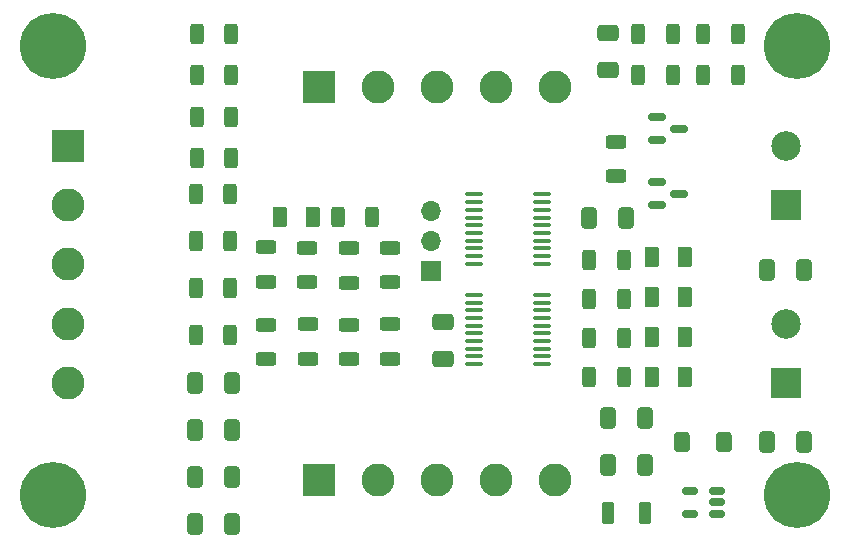
<source format=gbr>
%TF.GenerationSoftware,KiCad,Pcbnew,8.0.3*%
%TF.CreationDate,2024-08-26T20:28:07+08:00*%
%TF.ProjectId,bcd2civ,62636432-6369-4762-9e6b-696361645f70,rev?*%
%TF.SameCoordinates,Original*%
%TF.FileFunction,Soldermask,Top*%
%TF.FilePolarity,Negative*%
%FSLAX46Y46*%
G04 Gerber Fmt 4.6, Leading zero omitted, Abs format (unit mm)*
G04 Created by KiCad (PCBNEW 8.0.3) date 2024-08-26 20:28:07*
%MOMM*%
%LPD*%
G01*
G04 APERTURE LIST*
G04 Aperture macros list*
%AMRoundRect*
0 Rectangle with rounded corners*
0 $1 Rounding radius*
0 $2 $3 $4 $5 $6 $7 $8 $9 X,Y pos of 4 corners*
0 Add a 4 corners polygon primitive as box body*
4,1,4,$2,$3,$4,$5,$6,$7,$8,$9,$2,$3,0*
0 Add four circle primitives for the rounded corners*
1,1,$1+$1,$2,$3*
1,1,$1+$1,$4,$5*
1,1,$1+$1,$6,$7*
1,1,$1+$1,$8,$9*
0 Add four rect primitives between the rounded corners*
20,1,$1+$1,$2,$3,$4,$5,0*
20,1,$1+$1,$4,$5,$6,$7,0*
20,1,$1+$1,$6,$7,$8,$9,0*
20,1,$1+$1,$8,$9,$2,$3,0*%
G04 Aperture macros list end*
%ADD10RoundRect,0.250000X-0.412500X-0.650000X0.412500X-0.650000X0.412500X0.650000X-0.412500X0.650000X0*%
%ADD11RoundRect,0.250000X0.650000X-0.412500X0.650000X0.412500X-0.650000X0.412500X-0.650000X-0.412500X0*%
%ADD12C,5.600000*%
%ADD13RoundRect,0.250000X-0.400000X-0.600000X0.400000X-0.600000X0.400000X0.600000X-0.400000X0.600000X0*%
%ADD14RoundRect,0.250000X-0.625000X0.312500X-0.625000X-0.312500X0.625000X-0.312500X0.625000X0.312500X0*%
%ADD15RoundRect,0.250000X-0.312500X-0.625000X0.312500X-0.625000X0.312500X0.625000X-0.312500X0.625000X0*%
%ADD16RoundRect,0.250000X0.375000X0.625000X-0.375000X0.625000X-0.375000X-0.625000X0.375000X-0.625000X0*%
%ADD17R,2.500000X2.500000*%
%ADD18C,2.500000*%
%ADD19RoundRect,0.250000X0.625000X-0.312500X0.625000X0.312500X-0.625000X0.312500X-0.625000X-0.312500X0*%
%ADD20R,2.800000X2.800000*%
%ADD21C,2.800000*%
%ADD22RoundRect,0.250000X-0.375000X-0.625000X0.375000X-0.625000X0.375000X0.625000X-0.375000X0.625000X0*%
%ADD23RoundRect,0.150000X-0.587500X-0.150000X0.587500X-0.150000X0.587500X0.150000X-0.587500X0.150000X0*%
%ADD24RoundRect,0.100000X0.637500X0.100000X-0.637500X0.100000X-0.637500X-0.100000X0.637500X-0.100000X0*%
%ADD25RoundRect,0.250000X-0.275000X-0.700000X0.275000X-0.700000X0.275000X0.700000X-0.275000X0.700000X0*%
%ADD26RoundRect,0.150000X0.512500X0.150000X-0.512500X0.150000X-0.512500X-0.150000X0.512500X-0.150000X0*%
%ADD27O,1.700000X1.700000*%
%ADD28R,1.700000X1.700000*%
G04 APERTURE END LIST*
D10*
%TO.C,C10*%
X153500000Y-130550000D03*
X150375000Y-130550000D03*
%TD*%
D11*
%TO.C,C9*%
X138000000Y-142500000D03*
X138000000Y-139375000D03*
%TD*%
D12*
%TO.C,*%
X105000000Y-154000000D03*
%TD*%
%TO.C,*%
X168000000Y-116000000D03*
%TD*%
%TO.C,*%
X168000000Y-154000000D03*
%TD*%
%TO.C,*%
X105000000Y-116000000D03*
%TD*%
D13*
%TO.C,D1*%
X158250000Y-149500000D03*
X161750000Y-149500000D03*
%TD*%
D14*
%TO.C,F2*%
X126537500Y-139575000D03*
X126537500Y-142500000D03*
%TD*%
D15*
%TO.C,R14*%
X154537500Y-118500000D03*
X157462500Y-118500000D03*
%TD*%
%TO.C,R13*%
X150355000Y-144000000D03*
X153280000Y-144000000D03*
%TD*%
%TO.C,R4*%
X117075000Y-140500000D03*
X120000000Y-140500000D03*
%TD*%
%TO.C,R10*%
X150355000Y-134130000D03*
X153280000Y-134130000D03*
%TD*%
D16*
%TO.C,D4*%
X155700000Y-137220000D03*
X158500000Y-137220000D03*
%TD*%
D17*
%TO.C,J6*%
X167000000Y-129500000D03*
D18*
X167000000Y-124500000D03*
%TD*%
D10*
%TO.C,C2*%
X165437500Y-149500000D03*
X168562500Y-149500000D03*
%TD*%
D15*
%TO.C,R16*%
X160037500Y-115000000D03*
X162962500Y-115000000D03*
%TD*%
D16*
%TO.C,D3*%
X155700000Y-133830000D03*
X158500000Y-133830000D03*
%TD*%
D19*
%TO.C,F7*%
X130000000Y-136037500D03*
X130000000Y-133112500D03*
%TD*%
D16*
%TO.C,D6*%
X155700000Y-144000000D03*
X158500000Y-144000000D03*
%TD*%
D11*
%TO.C,C11*%
X152000000Y-118062500D03*
X152000000Y-114937500D03*
%TD*%
D10*
%TO.C,C6*%
X151937500Y-151500000D03*
X155062500Y-151500000D03*
%TD*%
D20*
%TO.C,J4*%
X127500000Y-152750000D03*
D21*
X132500000Y-152750000D03*
X137500000Y-152750000D03*
X142500000Y-152750000D03*
X147500000Y-152750000D03*
%TD*%
D10*
%TO.C,C3*%
X116975000Y-144500000D03*
X120100000Y-144500000D03*
%TD*%
D15*
%TO.C,R7*%
X117137500Y-122000000D03*
X120062500Y-122000000D03*
%TD*%
%TO.C,R1*%
X117075000Y-128500000D03*
X120000000Y-128500000D03*
%TD*%
D10*
%TO.C,C8*%
X116975000Y-156500000D03*
X120100000Y-156500000D03*
%TD*%
D22*
%TO.C,D2*%
X124175000Y-130500000D03*
X126975000Y-130500000D03*
%TD*%
D10*
%TO.C,C4*%
X151937500Y-147500000D03*
X155062500Y-147500000D03*
%TD*%
D19*
%TO.C,F6*%
X126500000Y-136000000D03*
X126500000Y-133075000D03*
%TD*%
D15*
%TO.C,R2*%
X117075000Y-132500000D03*
X120000000Y-132500000D03*
%TD*%
%TO.C,R11*%
X150355000Y-137420000D03*
X153280000Y-137420000D03*
%TD*%
D23*
%TO.C,Q2*%
X158000000Y-128500000D03*
X156125000Y-129450000D03*
X156125000Y-127550000D03*
%TD*%
D24*
%TO.C,U2*%
X140637500Y-134425000D03*
X140637500Y-133775000D03*
X140637500Y-133125000D03*
X140637500Y-132475000D03*
X140637500Y-131825000D03*
X140637500Y-131175000D03*
X140637500Y-130525000D03*
X140637500Y-129875000D03*
X140637500Y-129225000D03*
X140637500Y-128575000D03*
X146362500Y-128575000D03*
X146362500Y-129225000D03*
X146362500Y-129875000D03*
X146362500Y-130525000D03*
X146362500Y-131175000D03*
X146362500Y-131825000D03*
X146362500Y-132475000D03*
X146362500Y-133125000D03*
X146362500Y-133775000D03*
X146362500Y-134425000D03*
%TD*%
%TO.C,U3*%
X146362500Y-142925000D03*
X146362500Y-142275000D03*
X146362500Y-141625000D03*
X146362500Y-140975000D03*
X146362500Y-140325000D03*
X146362500Y-139675000D03*
X146362500Y-139025000D03*
X146362500Y-138375000D03*
X146362500Y-137725000D03*
X146362500Y-137075000D03*
X140637500Y-137075000D03*
X140637500Y-137725000D03*
X140637500Y-138375000D03*
X140637500Y-139025000D03*
X140637500Y-139675000D03*
X140637500Y-140325000D03*
X140637500Y-140975000D03*
X140637500Y-141625000D03*
X140637500Y-142275000D03*
X140637500Y-142925000D03*
%TD*%
D19*
%TO.C,F5*%
X123000000Y-135962500D03*
X123000000Y-133037500D03*
%TD*%
D15*
%TO.C,R9*%
X129075000Y-130500000D03*
X132000000Y-130500000D03*
%TD*%
%TO.C,R8*%
X117137500Y-125500000D03*
X120062500Y-125500000D03*
%TD*%
D10*
%TO.C,C7*%
X116975000Y-152500000D03*
X120100000Y-152500000D03*
%TD*%
D14*
%TO.C,R17*%
X152625000Y-124125000D03*
X152625000Y-127050000D03*
%TD*%
D20*
%TO.C,J2*%
X106250000Y-124500000D03*
D21*
X106250000Y-129500000D03*
X106250000Y-134500000D03*
X106250000Y-139500000D03*
X106250000Y-144500000D03*
%TD*%
D15*
%TO.C,R12*%
X150355000Y-140710000D03*
X153280000Y-140710000D03*
%TD*%
D25*
%TO.C,L1*%
X151925000Y-155500000D03*
X155075000Y-155500000D03*
%TD*%
D16*
%TO.C,D5*%
X155700000Y-140610000D03*
X158500000Y-140610000D03*
%TD*%
D23*
%TO.C,Q1*%
X158000000Y-123000000D03*
X156125000Y-123950000D03*
X156125000Y-122050000D03*
%TD*%
D26*
%TO.C,U1*%
X161187500Y-155587500D03*
X161187500Y-154637500D03*
X161187500Y-153687500D03*
X158912500Y-153687500D03*
X158912500Y-155587500D03*
%TD*%
D15*
%TO.C,R15*%
X154537500Y-115000000D03*
X157462500Y-115000000D03*
%TD*%
D10*
%TO.C,C1*%
X165437500Y-135000000D03*
X168562500Y-135000000D03*
%TD*%
D19*
%TO.C,F8*%
X133500000Y-136000000D03*
X133500000Y-133075000D03*
%TD*%
D20*
%TO.C,J5*%
X127500000Y-119500000D03*
D21*
X132500000Y-119500000D03*
X137500000Y-119500000D03*
X142500000Y-119500000D03*
X147500000Y-119500000D03*
%TD*%
D14*
%TO.C,F1*%
X123000000Y-139612500D03*
X123000000Y-142537500D03*
%TD*%
D15*
%TO.C,R6*%
X117137500Y-118500000D03*
X120062500Y-118500000D03*
%TD*%
D27*
%TO.C,J3*%
X137000000Y-130000000D03*
X137000000Y-132540000D03*
D28*
X137000000Y-135080000D03*
%TD*%
D17*
%TO.C,J1*%
X167000000Y-144500000D03*
D18*
X167000000Y-139500000D03*
%TD*%
D15*
%TO.C,R5*%
X117137500Y-115000000D03*
X120062500Y-115000000D03*
%TD*%
D14*
%TO.C,F3*%
X130000000Y-139612500D03*
X130000000Y-142537500D03*
%TD*%
%TO.C,F4*%
X133500000Y-139575000D03*
X133500000Y-142500000D03*
%TD*%
D15*
%TO.C,R18*%
X162962500Y-118500000D03*
X160037500Y-118500000D03*
%TD*%
D10*
%TO.C,C5*%
X116975000Y-148500000D03*
X120100000Y-148500000D03*
%TD*%
D15*
%TO.C,R3*%
X117075000Y-136500000D03*
X120000000Y-136500000D03*
%TD*%
M02*

</source>
